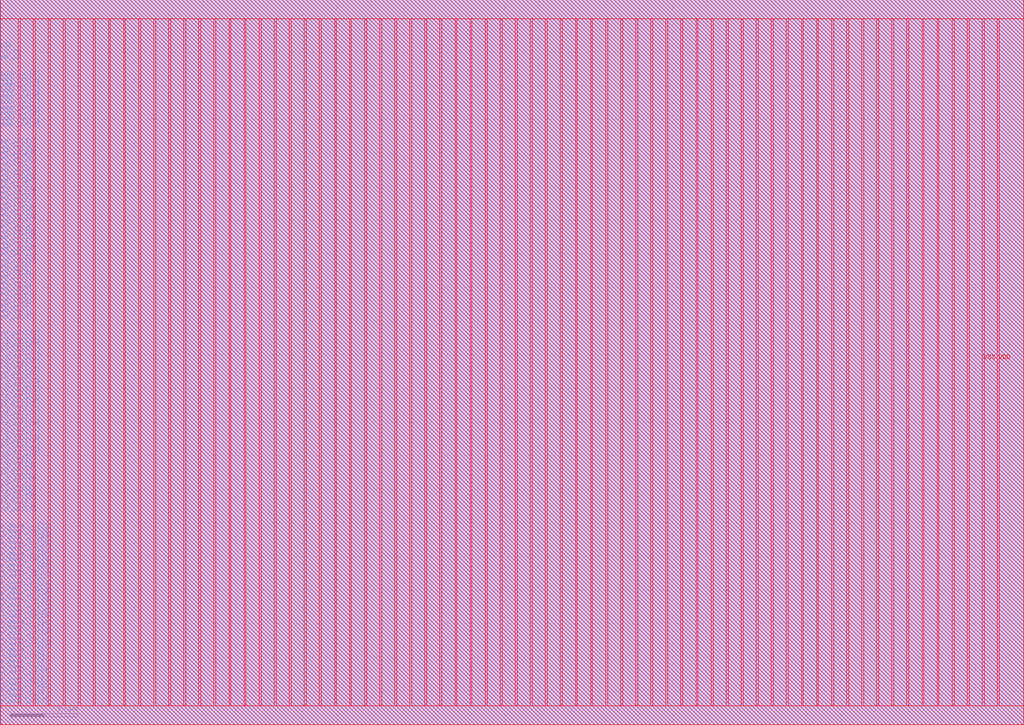
<source format=lef>
VERSION 5.7 ;
BUSBITCHARS "[]" ;
MACRO fakeram45_1024x32
  FOREIGN fakeram45_1024x32 0 0 ;
  SYMMETRY X Y R90 ;
  SIZE 152.190 BY 107.800 ;
  CLASS BLOCK ;
  PIN w_mask_in[0]
    DIRECTION INPUT ;
    USE SIGNAL ;
    SHAPE ABUTMENT ;
    PORT
      LAYER metal3 ;
      RECT 0.000 2.800 0.070 2.870 ;
    END
  END w_mask_in[0]
  PIN w_mask_in[1]
    DIRECTION INPUT ;
    USE SIGNAL ;
    SHAPE ABUTMENT ;
    PORT
      LAYER metal3 ;
      RECT 0.000 3.640 0.070 3.710 ;
    END
  END w_mask_in[1]
  PIN w_mask_in[2]
    DIRECTION INPUT ;
    USE SIGNAL ;
    SHAPE ABUTMENT ;
    PORT
      LAYER metal3 ;
      RECT 0.000 4.480 0.070 4.550 ;
    END
  END w_mask_in[2]
  PIN w_mask_in[3]
    DIRECTION INPUT ;
    USE SIGNAL ;
    SHAPE ABUTMENT ;
    PORT
      LAYER metal3 ;
      RECT 0.000 5.320 0.070 5.390 ;
    END
  END w_mask_in[3]
  PIN w_mask_in[4]
    DIRECTION INPUT ;
    USE SIGNAL ;
    SHAPE ABUTMENT ;
    PORT
      LAYER metal3 ;
      RECT 0.000 6.160 0.070 6.230 ;
    END
  END w_mask_in[4]
  PIN w_mask_in[5]
    DIRECTION INPUT ;
    USE SIGNAL ;
    SHAPE ABUTMENT ;
    PORT
      LAYER metal3 ;
      RECT 0.000 7.000 0.070 7.070 ;
    END
  END w_mask_in[5]
  PIN w_mask_in[6]
    DIRECTION INPUT ;
    USE SIGNAL ;
    SHAPE ABUTMENT ;
    PORT
      LAYER metal3 ;
      RECT 0.000 7.840 0.070 7.910 ;
    END
  END w_mask_in[6]
  PIN w_mask_in[7]
    DIRECTION INPUT ;
    USE SIGNAL ;
    SHAPE ABUTMENT ;
    PORT
      LAYER metal3 ;
      RECT 0.000 8.680 0.070 8.750 ;
    END
  END w_mask_in[7]
  PIN w_mask_in[8]
    DIRECTION INPUT ;
    USE SIGNAL ;
    SHAPE ABUTMENT ;
    PORT
      LAYER metal3 ;
      RECT 0.000 9.520 0.070 9.590 ;
    END
  END w_mask_in[8]
  PIN w_mask_in[9]
    DIRECTION INPUT ;
    USE SIGNAL ;
    SHAPE ABUTMENT ;
    PORT
      LAYER metal3 ;
      RECT 0.000 10.360 0.070 10.430 ;
    END
  END w_mask_in[9]
  PIN w_mask_in[10]
    DIRECTION INPUT ;
    USE SIGNAL ;
    SHAPE ABUTMENT ;
    PORT
      LAYER metal3 ;
      RECT 0.000 11.200 0.070 11.270 ;
    END
  END w_mask_in[10]
  PIN w_mask_in[11]
    DIRECTION INPUT ;
    USE SIGNAL ;
    SHAPE ABUTMENT ;
    PORT
      LAYER metal3 ;
      RECT 0.000 12.040 0.070 12.110 ;
    END
  END w_mask_in[11]
  PIN w_mask_in[12]
    DIRECTION INPUT ;
    USE SIGNAL ;
    SHAPE ABUTMENT ;
    PORT
      LAYER metal3 ;
      RECT 0.000 12.880 0.070 12.950 ;
    END
  END w_mask_in[12]
  PIN w_mask_in[13]
    DIRECTION INPUT ;
    USE SIGNAL ;
    SHAPE ABUTMENT ;
    PORT
      LAYER metal3 ;
      RECT 0.000 13.720 0.070 13.790 ;
    END
  END w_mask_in[13]
  PIN w_mask_in[14]
    DIRECTION INPUT ;
    USE SIGNAL ;
    SHAPE ABUTMENT ;
    PORT
      LAYER metal3 ;
      RECT 0.000 14.560 0.070 14.630 ;
    END
  END w_mask_in[14]
  PIN w_mask_in[15]
    DIRECTION INPUT ;
    USE SIGNAL ;
    SHAPE ABUTMENT ;
    PORT
      LAYER metal3 ;
      RECT 0.000 15.400 0.070 15.470 ;
    END
  END w_mask_in[15]
  PIN w_mask_in[16]
    DIRECTION INPUT ;
    USE SIGNAL ;
    SHAPE ABUTMENT ;
    PORT
      LAYER metal3 ;
      RECT 0.000 16.240 0.070 16.310 ;
    END
  END w_mask_in[16]
  PIN w_mask_in[17]
    DIRECTION INPUT ;
    USE SIGNAL ;
    SHAPE ABUTMENT ;
    PORT
      LAYER metal3 ;
      RECT 0.000 17.080 0.070 17.150 ;
    END
  END w_mask_in[17]
  PIN w_mask_in[18]
    DIRECTION INPUT ;
    USE SIGNAL ;
    SHAPE ABUTMENT ;
    PORT
      LAYER metal3 ;
      RECT 0.000 17.920 0.070 17.990 ;
    END
  END w_mask_in[18]
  PIN w_mask_in[19]
    DIRECTION INPUT ;
    USE SIGNAL ;
    SHAPE ABUTMENT ;
    PORT
      LAYER metal3 ;
      RECT 0.000 18.760 0.070 18.830 ;
    END
  END w_mask_in[19]
  PIN w_mask_in[20]
    DIRECTION INPUT ;
    USE SIGNAL ;
    SHAPE ABUTMENT ;
    PORT
      LAYER metal3 ;
      RECT 0.000 19.600 0.070 19.670 ;
    END
  END w_mask_in[20]
  PIN w_mask_in[21]
    DIRECTION INPUT ;
    USE SIGNAL ;
    SHAPE ABUTMENT ;
    PORT
      LAYER metal3 ;
      RECT 0.000 20.440 0.070 20.510 ;
    END
  END w_mask_in[21]
  PIN w_mask_in[22]
    DIRECTION INPUT ;
    USE SIGNAL ;
    SHAPE ABUTMENT ;
    PORT
      LAYER metal3 ;
      RECT 0.000 21.280 0.070 21.350 ;
    END
  END w_mask_in[22]
  PIN w_mask_in[23]
    DIRECTION INPUT ;
    USE SIGNAL ;
    SHAPE ABUTMENT ;
    PORT
      LAYER metal3 ;
      RECT 0.000 22.120 0.070 22.190 ;
    END
  END w_mask_in[23]
  PIN w_mask_in[24]
    DIRECTION INPUT ;
    USE SIGNAL ;
    SHAPE ABUTMENT ;
    PORT
      LAYER metal3 ;
      RECT 0.000 22.960 0.070 23.030 ;
    END
  END w_mask_in[24]
  PIN w_mask_in[25]
    DIRECTION INPUT ;
    USE SIGNAL ;
    SHAPE ABUTMENT ;
    PORT
      LAYER metal3 ;
      RECT 0.000 23.800 0.070 23.870 ;
    END
  END w_mask_in[25]
  PIN w_mask_in[26]
    DIRECTION INPUT ;
    USE SIGNAL ;
    SHAPE ABUTMENT ;
    PORT
      LAYER metal3 ;
      RECT 0.000 24.640 0.070 24.710 ;
    END
  END w_mask_in[26]
  PIN w_mask_in[27]
    DIRECTION INPUT ;
    USE SIGNAL ;
    SHAPE ABUTMENT ;
    PORT
      LAYER metal3 ;
      RECT 0.000 25.480 0.070 25.550 ;
    END
  END w_mask_in[27]
  PIN w_mask_in[28]
    DIRECTION INPUT ;
    USE SIGNAL ;
    SHAPE ABUTMENT ;
    PORT
      LAYER metal3 ;
      RECT 0.000 26.320 0.070 26.390 ;
    END
  END w_mask_in[28]
  PIN w_mask_in[29]
    DIRECTION INPUT ;
    USE SIGNAL ;
    SHAPE ABUTMENT ;
    PORT
      LAYER metal3 ;
      RECT 0.000 27.160 0.070 27.230 ;
    END
  END w_mask_in[29]
  PIN w_mask_in[30]
    DIRECTION INPUT ;
    USE SIGNAL ;
    SHAPE ABUTMENT ;
    PORT
      LAYER metal3 ;
      RECT 0.000 28.000 0.070 28.070 ;
    END
  END w_mask_in[30]
  PIN w_mask_in[31]
    DIRECTION INPUT ;
    USE SIGNAL ;
    SHAPE ABUTMENT ;
    PORT
      LAYER metal3 ;
      RECT 0.000 28.840 0.070 28.910 ;
    END
  END w_mask_in[31]
  PIN rd_out[0]
    DIRECTION OUTPUT ;
    USE SIGNAL ;
    SHAPE ABUTMENT ;
    PORT
      LAYER metal3 ;
      RECT 0.000 31.360 0.070 31.430 ;
    END
  END rd_out[0]
  PIN rd_out[1]
    DIRECTION OUTPUT ;
    USE SIGNAL ;
    SHAPE ABUTMENT ;
    PORT
      LAYER metal3 ;
      RECT 0.000 32.200 0.070 32.270 ;
    END
  END rd_out[1]
  PIN rd_out[2]
    DIRECTION OUTPUT ;
    USE SIGNAL ;
    SHAPE ABUTMENT ;
    PORT
      LAYER metal3 ;
      RECT 0.000 33.040 0.070 33.110 ;
    END
  END rd_out[2]
  PIN rd_out[3]
    DIRECTION OUTPUT ;
    USE SIGNAL ;
    SHAPE ABUTMENT ;
    PORT
      LAYER metal3 ;
      RECT 0.000 33.880 0.070 33.950 ;
    END
  END rd_out[3]
  PIN rd_out[4]
    DIRECTION OUTPUT ;
    USE SIGNAL ;
    SHAPE ABUTMENT ;
    PORT
      LAYER metal3 ;
      RECT 0.000 34.720 0.070 34.790 ;
    END
  END rd_out[4]
  PIN rd_out[5]
    DIRECTION OUTPUT ;
    USE SIGNAL ;
    SHAPE ABUTMENT ;
    PORT
      LAYER metal3 ;
      RECT 0.000 35.560 0.070 35.630 ;
    END
  END rd_out[5]
  PIN rd_out[6]
    DIRECTION OUTPUT ;
    USE SIGNAL ;
    SHAPE ABUTMENT ;
    PORT
      LAYER metal3 ;
      RECT 0.000 36.400 0.070 36.470 ;
    END
  END rd_out[6]
  PIN rd_out[7]
    DIRECTION OUTPUT ;
    USE SIGNAL ;
    SHAPE ABUTMENT ;
    PORT
      LAYER metal3 ;
      RECT 0.000 37.240 0.070 37.310 ;
    END
  END rd_out[7]
  PIN rd_out[8]
    DIRECTION OUTPUT ;
    USE SIGNAL ;
    SHAPE ABUTMENT ;
    PORT
      LAYER metal3 ;
      RECT 0.000 38.080 0.070 38.150 ;
    END
  END rd_out[8]
  PIN rd_out[9]
    DIRECTION OUTPUT ;
    USE SIGNAL ;
    SHAPE ABUTMENT ;
    PORT
      LAYER metal3 ;
      RECT 0.000 38.920 0.070 38.990 ;
    END
  END rd_out[9]
  PIN rd_out[10]
    DIRECTION OUTPUT ;
    USE SIGNAL ;
    SHAPE ABUTMENT ;
    PORT
      LAYER metal3 ;
      RECT 0.000 39.760 0.070 39.830 ;
    END
  END rd_out[10]
  PIN rd_out[11]
    DIRECTION OUTPUT ;
    USE SIGNAL ;
    SHAPE ABUTMENT ;
    PORT
      LAYER metal3 ;
      RECT 0.000 40.600 0.070 40.670 ;
    END
  END rd_out[11]
  PIN rd_out[12]
    DIRECTION OUTPUT ;
    USE SIGNAL ;
    SHAPE ABUTMENT ;
    PORT
      LAYER metal3 ;
      RECT 0.000 41.440 0.070 41.510 ;
    END
  END rd_out[12]
  PIN rd_out[13]
    DIRECTION OUTPUT ;
    USE SIGNAL ;
    SHAPE ABUTMENT ;
    PORT
      LAYER metal3 ;
      RECT 0.000 42.280 0.070 42.350 ;
    END
  END rd_out[13]
  PIN rd_out[14]
    DIRECTION OUTPUT ;
    USE SIGNAL ;
    SHAPE ABUTMENT ;
    PORT
      LAYER metal3 ;
      RECT 0.000 43.120 0.070 43.190 ;
    END
  END rd_out[14]
  PIN rd_out[15]
    DIRECTION OUTPUT ;
    USE SIGNAL ;
    SHAPE ABUTMENT ;
    PORT
      LAYER metal3 ;
      RECT 0.000 43.960 0.070 44.030 ;
    END
  END rd_out[15]
  PIN rd_out[16]
    DIRECTION OUTPUT ;
    USE SIGNAL ;
    SHAPE ABUTMENT ;
    PORT
      LAYER metal3 ;
      RECT 0.000 44.800 0.070 44.870 ;
    END
  END rd_out[16]
  PIN rd_out[17]
    DIRECTION OUTPUT ;
    USE SIGNAL ;
    SHAPE ABUTMENT ;
    PORT
      LAYER metal3 ;
      RECT 0.000 45.640 0.070 45.710 ;
    END
  END rd_out[17]
  PIN rd_out[18]
    DIRECTION OUTPUT ;
    USE SIGNAL ;
    SHAPE ABUTMENT ;
    PORT
      LAYER metal3 ;
      RECT 0.000 46.480 0.070 46.550 ;
    END
  END rd_out[18]
  PIN rd_out[19]
    DIRECTION OUTPUT ;
    USE SIGNAL ;
    SHAPE ABUTMENT ;
    PORT
      LAYER metal3 ;
      RECT 0.000 47.320 0.070 47.390 ;
    END
  END rd_out[19]
  PIN rd_out[20]
    DIRECTION OUTPUT ;
    USE SIGNAL ;
    SHAPE ABUTMENT ;
    PORT
      LAYER metal3 ;
      RECT 0.000 48.160 0.070 48.230 ;
    END
  END rd_out[20]
  PIN rd_out[21]
    DIRECTION OUTPUT ;
    USE SIGNAL ;
    SHAPE ABUTMENT ;
    PORT
      LAYER metal3 ;
      RECT 0.000 49.000 0.070 49.070 ;
    END
  END rd_out[21]
  PIN rd_out[22]
    DIRECTION OUTPUT ;
    USE SIGNAL ;
    SHAPE ABUTMENT ;
    PORT
      LAYER metal3 ;
      RECT 0.000 49.840 0.070 49.910 ;
    END
  END rd_out[22]
  PIN rd_out[23]
    DIRECTION OUTPUT ;
    USE SIGNAL ;
    SHAPE ABUTMENT ;
    PORT
      LAYER metal3 ;
      RECT 0.000 50.680 0.070 50.750 ;
    END
  END rd_out[23]
  PIN rd_out[24]
    DIRECTION OUTPUT ;
    USE SIGNAL ;
    SHAPE ABUTMENT ;
    PORT
      LAYER metal3 ;
      RECT 0.000 51.520 0.070 51.590 ;
    END
  END rd_out[24]
  PIN rd_out[25]
    DIRECTION OUTPUT ;
    USE SIGNAL ;
    SHAPE ABUTMENT ;
    PORT
      LAYER metal3 ;
      RECT 0.000 52.360 0.070 52.430 ;
    END
  END rd_out[25]
  PIN rd_out[26]
    DIRECTION OUTPUT ;
    USE SIGNAL ;
    SHAPE ABUTMENT ;
    PORT
      LAYER metal3 ;
      RECT 0.000 53.200 0.070 53.270 ;
    END
  END rd_out[26]
  PIN rd_out[27]
    DIRECTION OUTPUT ;
    USE SIGNAL ;
    SHAPE ABUTMENT ;
    PORT
      LAYER metal3 ;
      RECT 0.000 54.040 0.070 54.110 ;
    END
  END rd_out[27]
  PIN rd_out[28]
    DIRECTION OUTPUT ;
    USE SIGNAL ;
    SHAPE ABUTMENT ;
    PORT
      LAYER metal3 ;
      RECT 0.000 54.880 0.070 54.950 ;
    END
  END rd_out[28]
  PIN rd_out[29]
    DIRECTION OUTPUT ;
    USE SIGNAL ;
    SHAPE ABUTMENT ;
    PORT
      LAYER metal3 ;
      RECT 0.000 55.720 0.070 55.790 ;
    END
  END rd_out[29]
  PIN rd_out[30]
    DIRECTION OUTPUT ;
    USE SIGNAL ;
    SHAPE ABUTMENT ;
    PORT
      LAYER metal3 ;
      RECT 0.000 56.560 0.070 56.630 ;
    END
  END rd_out[30]
  PIN rd_out[31]
    DIRECTION OUTPUT ;
    USE SIGNAL ;
    SHAPE ABUTMENT ;
    PORT
      LAYER metal3 ;
      RECT 0.000 57.400 0.070 57.470 ;
    END
  END rd_out[31]
  PIN wd_in[0]
    DIRECTION INPUT ;
    USE SIGNAL ;
    SHAPE ABUTMENT ;
    PORT
      LAYER metal3 ;
      RECT 0.000 59.920 0.070 59.990 ;
    END
  END wd_in[0]
  PIN wd_in[1]
    DIRECTION INPUT ;
    USE SIGNAL ;
    SHAPE ABUTMENT ;
    PORT
      LAYER metal3 ;
      RECT 0.000 60.760 0.070 60.830 ;
    END
  END wd_in[1]
  PIN wd_in[2]
    DIRECTION INPUT ;
    USE SIGNAL ;
    SHAPE ABUTMENT ;
    PORT
      LAYER metal3 ;
      RECT 0.000 61.600 0.070 61.670 ;
    END
  END wd_in[2]
  PIN wd_in[3]
    DIRECTION INPUT ;
    USE SIGNAL ;
    SHAPE ABUTMENT ;
    PORT
      LAYER metal3 ;
      RECT 0.000 62.440 0.070 62.510 ;
    END
  END wd_in[3]
  PIN wd_in[4]
    DIRECTION INPUT ;
    USE SIGNAL ;
    SHAPE ABUTMENT ;
    PORT
      LAYER metal3 ;
      RECT 0.000 63.280 0.070 63.350 ;
    END
  END wd_in[4]
  PIN wd_in[5]
    DIRECTION INPUT ;
    USE SIGNAL ;
    SHAPE ABUTMENT ;
    PORT
      LAYER metal3 ;
      RECT 0.000 64.120 0.070 64.190 ;
    END
  END wd_in[5]
  PIN wd_in[6]
    DIRECTION INPUT ;
    USE SIGNAL ;
    SHAPE ABUTMENT ;
    PORT
      LAYER metal3 ;
      RECT 0.000 64.960 0.070 65.030 ;
    END
  END wd_in[6]
  PIN wd_in[7]
    DIRECTION INPUT ;
    USE SIGNAL ;
    SHAPE ABUTMENT ;
    PORT
      LAYER metal3 ;
      RECT 0.000 65.800 0.070 65.870 ;
    END
  END wd_in[7]
  PIN wd_in[8]
    DIRECTION INPUT ;
    USE SIGNAL ;
    SHAPE ABUTMENT ;
    PORT
      LAYER metal3 ;
      RECT 0.000 66.640 0.070 66.710 ;
    END
  END wd_in[8]
  PIN wd_in[9]
    DIRECTION INPUT ;
    USE SIGNAL ;
    SHAPE ABUTMENT ;
    PORT
      LAYER metal3 ;
      RECT 0.000 67.480 0.070 67.550 ;
    END
  END wd_in[9]
  PIN wd_in[10]
    DIRECTION INPUT ;
    USE SIGNAL ;
    SHAPE ABUTMENT ;
    PORT
      LAYER metal3 ;
      RECT 0.000 68.320 0.070 68.390 ;
    END
  END wd_in[10]
  PIN wd_in[11]
    DIRECTION INPUT ;
    USE SIGNAL ;
    SHAPE ABUTMENT ;
    PORT
      LAYER metal3 ;
      RECT 0.000 69.160 0.070 69.230 ;
    END
  END wd_in[11]
  PIN wd_in[12]
    DIRECTION INPUT ;
    USE SIGNAL ;
    SHAPE ABUTMENT ;
    PORT
      LAYER metal3 ;
      RECT 0.000 70.000 0.070 70.070 ;
    END
  END wd_in[12]
  PIN wd_in[13]
    DIRECTION INPUT ;
    USE SIGNAL ;
    SHAPE ABUTMENT ;
    PORT
      LAYER metal3 ;
      RECT 0.000 70.840 0.070 70.910 ;
    END
  END wd_in[13]
  PIN wd_in[14]
    DIRECTION INPUT ;
    USE SIGNAL ;
    SHAPE ABUTMENT ;
    PORT
      LAYER metal3 ;
      RECT 0.000 71.680 0.070 71.750 ;
    END
  END wd_in[14]
  PIN wd_in[15]
    DIRECTION INPUT ;
    USE SIGNAL ;
    SHAPE ABUTMENT ;
    PORT
      LAYER metal3 ;
      RECT 0.000 72.520 0.070 72.590 ;
    END
  END wd_in[15]
  PIN wd_in[16]
    DIRECTION INPUT ;
    USE SIGNAL ;
    SHAPE ABUTMENT ;
    PORT
      LAYER metal3 ;
      RECT 0.000 73.360 0.070 73.430 ;
    END
  END wd_in[16]
  PIN wd_in[17]
    DIRECTION INPUT ;
    USE SIGNAL ;
    SHAPE ABUTMENT ;
    PORT
      LAYER metal3 ;
      RECT 0.000 74.200 0.070 74.270 ;
    END
  END wd_in[17]
  PIN wd_in[18]
    DIRECTION INPUT ;
    USE SIGNAL ;
    SHAPE ABUTMENT ;
    PORT
      LAYER metal3 ;
      RECT 0.000 75.040 0.070 75.110 ;
    END
  END wd_in[18]
  PIN wd_in[19]
    DIRECTION INPUT ;
    USE SIGNAL ;
    SHAPE ABUTMENT ;
    PORT
      LAYER metal3 ;
      RECT 0.000 75.880 0.070 75.950 ;
    END
  END wd_in[19]
  PIN wd_in[20]
    DIRECTION INPUT ;
    USE SIGNAL ;
    SHAPE ABUTMENT ;
    PORT
      LAYER metal3 ;
      RECT 0.000 76.720 0.070 76.790 ;
    END
  END wd_in[20]
  PIN wd_in[21]
    DIRECTION INPUT ;
    USE SIGNAL ;
    SHAPE ABUTMENT ;
    PORT
      LAYER metal3 ;
      RECT 0.000 77.560 0.070 77.630 ;
    END
  END wd_in[21]
  PIN wd_in[22]
    DIRECTION INPUT ;
    USE SIGNAL ;
    SHAPE ABUTMENT ;
    PORT
      LAYER metal3 ;
      RECT 0.000 78.400 0.070 78.470 ;
    END
  END wd_in[22]
  PIN wd_in[23]
    DIRECTION INPUT ;
    USE SIGNAL ;
    SHAPE ABUTMENT ;
    PORT
      LAYER metal3 ;
      RECT 0.000 79.240 0.070 79.310 ;
    END
  END wd_in[23]
  PIN wd_in[24]
    DIRECTION INPUT ;
    USE SIGNAL ;
    SHAPE ABUTMENT ;
    PORT
      LAYER metal3 ;
      RECT 0.000 80.080 0.070 80.150 ;
    END
  END wd_in[24]
  PIN wd_in[25]
    DIRECTION INPUT ;
    USE SIGNAL ;
    SHAPE ABUTMENT ;
    PORT
      LAYER metal3 ;
      RECT 0.000 80.920 0.070 80.990 ;
    END
  END wd_in[25]
  PIN wd_in[26]
    DIRECTION INPUT ;
    USE SIGNAL ;
    SHAPE ABUTMENT ;
    PORT
      LAYER metal3 ;
      RECT 0.000 81.760 0.070 81.830 ;
    END
  END wd_in[26]
  PIN wd_in[27]
    DIRECTION INPUT ;
    USE SIGNAL ;
    SHAPE ABUTMENT ;
    PORT
      LAYER metal3 ;
      RECT 0.000 82.600 0.070 82.670 ;
    END
  END wd_in[27]
  PIN wd_in[28]
    DIRECTION INPUT ;
    USE SIGNAL ;
    SHAPE ABUTMENT ;
    PORT
      LAYER metal3 ;
      RECT 0.000 83.440 0.070 83.510 ;
    END
  END wd_in[28]
  PIN wd_in[29]
    DIRECTION INPUT ;
    USE SIGNAL ;
    SHAPE ABUTMENT ;
    PORT
      LAYER metal3 ;
      RECT 0.000 84.280 0.070 84.350 ;
    END
  END wd_in[29]
  PIN wd_in[30]
    DIRECTION INPUT ;
    USE SIGNAL ;
    SHAPE ABUTMENT ;
    PORT
      LAYER metal3 ;
      RECT 0.000 85.120 0.070 85.190 ;
    END
  END wd_in[30]
  PIN wd_in[31]
    DIRECTION INPUT ;
    USE SIGNAL ;
    SHAPE ABUTMENT ;
    PORT
      LAYER metal3 ;
      RECT 0.000 85.960 0.070 86.030 ;
    END
  END wd_in[31]
  PIN addr_in[0]
    DIRECTION INPUT ;
    USE SIGNAL ;
    SHAPE ABUTMENT ;
    PORT
      LAYER metal3 ;
      RECT 0.000 88.480 0.070 88.550 ;
    END
  END addr_in[0]
  PIN addr_in[1]
    DIRECTION INPUT ;
    USE SIGNAL ;
    SHAPE ABUTMENT ;
    PORT
      LAYER metal3 ;
      RECT 0.000 89.320 0.070 89.390 ;
    END
  END addr_in[1]
  PIN addr_in[2]
    DIRECTION INPUT ;
    USE SIGNAL ;
    SHAPE ABUTMENT ;
    PORT
      LAYER metal3 ;
      RECT 0.000 90.160 0.070 90.230 ;
    END
  END addr_in[2]
  PIN addr_in[3]
    DIRECTION INPUT ;
    USE SIGNAL ;
    SHAPE ABUTMENT ;
    PORT
      LAYER metal3 ;
      RECT 0.000 91.000 0.070 91.070 ;
    END
  END addr_in[3]
  PIN addr_in[4]
    DIRECTION INPUT ;
    USE SIGNAL ;
    SHAPE ABUTMENT ;
    PORT
      LAYER metal3 ;
      RECT 0.000 91.840 0.070 91.910 ;
    END
  END addr_in[4]
  PIN addr_in[5]
    DIRECTION INPUT ;
    USE SIGNAL ;
    SHAPE ABUTMENT ;
    PORT
      LAYER metal3 ;
      RECT 0.000 92.680 0.070 92.750 ;
    END
  END addr_in[5]
  PIN addr_in[6]
    DIRECTION INPUT ;
    USE SIGNAL ;
    SHAPE ABUTMENT ;
    PORT
      LAYER metal3 ;
      RECT 0.000 93.520 0.070 93.590 ;
    END
  END addr_in[6]
  PIN addr_in[7]
    DIRECTION INPUT ;
    USE SIGNAL ;
    SHAPE ABUTMENT ;
    PORT
      LAYER metal3 ;
      RECT 0.000 94.360 0.070 94.430 ;
    END
  END addr_in[7]
  PIN addr_in[8]
    DIRECTION INPUT ;
    USE SIGNAL ;
    SHAPE ABUTMENT ;
    PORT
      LAYER metal3 ;
      RECT 0.000 95.200 0.070 95.270 ;
    END
  END addr_in[8]
  PIN addr_in[9]
    DIRECTION INPUT ;
    USE SIGNAL ;
    SHAPE ABUTMENT ;
    PORT
      LAYER metal3 ;
      RECT 0.000 96.040 0.070 96.110 ;
    END
  END addr_in[9]
  PIN we_in
    DIRECTION INPUT ;
    USE SIGNAL ;
    SHAPE ABUTMENT ;
    PORT
      LAYER metal3 ;
      RECT 0.000 98.560 0.070 98.630 ;
    END
  END we_in
  PIN ce_in
    DIRECTION INPUT ;
    USE SIGNAL ;
    SHAPE ABUTMENT ;
    PORT
      LAYER metal3 ;
      RECT 0.000 99.400 0.070 99.470 ;
    END
  END ce_in
  PIN clk
    DIRECTION INPUT ;
    USE SIGNAL ;
    SHAPE ABUTMENT ;
    PORT
      LAYER metal3 ;
      RECT 0.000 100.240 0.070 100.310 ;
    END
  END clk
  PIN VSS
    DIRECTION INOUT ;
    USE GROUND ;
    PORT
      LAYER metal4 ;
      RECT 2.660 2.800 2.940 105.000 ;
      RECT 7.140 2.800 7.420 105.000 ;
      RECT 11.620 2.800 11.900 105.000 ;
      RECT 16.100 2.800 16.380 105.000 ;
      RECT 20.580 2.800 20.860 105.000 ;
      RECT 25.060 2.800 25.340 105.000 ;
      RECT 29.540 2.800 29.820 105.000 ;
      RECT 34.020 2.800 34.300 105.000 ;
      RECT 38.500 2.800 38.780 105.000 ;
      RECT 42.980 2.800 43.260 105.000 ;
      RECT 47.460 2.800 47.740 105.000 ;
      RECT 51.940 2.800 52.220 105.000 ;
      RECT 56.420 2.800 56.700 105.000 ;
      RECT 60.900 2.800 61.180 105.000 ;
      RECT 65.380 2.800 65.660 105.000 ;
      RECT 69.860 2.800 70.140 105.000 ;
      RECT 74.340 2.800 74.620 105.000 ;
      RECT 78.820 2.800 79.100 105.000 ;
      RECT 83.300 2.800 83.580 105.000 ;
      RECT 87.780 2.800 88.060 105.000 ;
      RECT 92.260 2.800 92.540 105.000 ;
      RECT 96.740 2.800 97.020 105.000 ;
      RECT 101.220 2.800 101.500 105.000 ;
      RECT 105.700 2.800 105.980 105.000 ;
      RECT 110.180 2.800 110.460 105.000 ;
      RECT 114.660 2.800 114.940 105.000 ;
      RECT 119.140 2.800 119.420 105.000 ;
      RECT 123.620 2.800 123.900 105.000 ;
      RECT 128.100 2.800 128.380 105.000 ;
      RECT 132.580 2.800 132.860 105.000 ;
      RECT 137.060 2.800 137.340 105.000 ;
      RECT 141.540 2.800 141.820 105.000 ;
      RECT 146.020 2.800 146.300 105.000 ;
    END
  END VSS
  PIN VDD
    DIRECTION INOUT ;
    USE POWER ;
    PORT
      LAYER metal4 ;
      RECT 4.900 2.800 5.180 105.000 ;
      RECT 9.380 2.800 9.660 105.000 ;
      RECT 13.860 2.800 14.140 105.000 ;
      RECT 18.340 2.800 18.620 105.000 ;
      RECT 22.820 2.800 23.100 105.000 ;
      RECT 27.300 2.800 27.580 105.000 ;
      RECT 31.780 2.800 32.060 105.000 ;
      RECT 36.260 2.800 36.540 105.000 ;
      RECT 40.740 2.800 41.020 105.000 ;
      RECT 45.220 2.800 45.500 105.000 ;
      RECT 49.700 2.800 49.980 105.000 ;
      RECT 54.180 2.800 54.460 105.000 ;
      RECT 58.660 2.800 58.940 105.000 ;
      RECT 63.140 2.800 63.420 105.000 ;
      RECT 67.620 2.800 67.900 105.000 ;
      RECT 72.100 2.800 72.380 105.000 ;
      RECT 76.580 2.800 76.860 105.000 ;
      RECT 81.060 2.800 81.340 105.000 ;
      RECT 85.540 2.800 85.820 105.000 ;
      RECT 90.020 2.800 90.300 105.000 ;
      RECT 94.500 2.800 94.780 105.000 ;
      RECT 98.980 2.800 99.260 105.000 ;
      RECT 103.460 2.800 103.740 105.000 ;
      RECT 107.940 2.800 108.220 105.000 ;
      RECT 112.420 2.800 112.700 105.000 ;
      RECT 116.900 2.800 117.180 105.000 ;
      RECT 121.380 2.800 121.660 105.000 ;
      RECT 125.860 2.800 126.140 105.000 ;
      RECT 130.340 2.800 130.620 105.000 ;
      RECT 134.820 2.800 135.100 105.000 ;
      RECT 139.300 2.800 139.580 105.000 ;
      RECT 143.780 2.800 144.060 105.000 ;
      RECT 148.260 2.800 148.540 105.000 ;
    END
  END VDD
  OBS
    LAYER metal1 ;
    RECT 0 0 152.190 107.800 ;
    LAYER metal2 ;
    RECT 0 0 152.190 107.800 ;
    LAYER metal3 ;
    RECT 0.070 0 152.190 107.800 ;
    RECT 0 0.000 0.070 2.800 ;
    RECT 0 2.870 0.070 3.640 ;
    RECT 0 3.710 0.070 4.480 ;
    RECT 0 4.550 0.070 5.320 ;
    RECT 0 5.390 0.070 6.160 ;
    RECT 0 6.230 0.070 7.000 ;
    RECT 0 7.070 0.070 7.840 ;
    RECT 0 7.910 0.070 8.680 ;
    RECT 0 8.750 0.070 9.520 ;
    RECT 0 9.590 0.070 10.360 ;
    RECT 0 10.430 0.070 11.200 ;
    RECT 0 11.270 0.070 12.040 ;
    RECT 0 12.110 0.070 12.880 ;
    RECT 0 12.950 0.070 13.720 ;
    RECT 0 13.790 0.070 14.560 ;
    RECT 0 14.630 0.070 15.400 ;
    RECT 0 15.470 0.070 16.240 ;
    RECT 0 16.310 0.070 17.080 ;
    RECT 0 17.150 0.070 17.920 ;
    RECT 0 17.990 0.070 18.760 ;
    RECT 0 18.830 0.070 19.600 ;
    RECT 0 19.670 0.070 20.440 ;
    RECT 0 20.510 0.070 21.280 ;
    RECT 0 21.350 0.070 22.120 ;
    RECT 0 22.190 0.070 22.960 ;
    RECT 0 23.030 0.070 23.800 ;
    RECT 0 23.870 0.070 24.640 ;
    RECT 0 24.710 0.070 25.480 ;
    RECT 0 25.550 0.070 26.320 ;
    RECT 0 26.390 0.070 27.160 ;
    RECT 0 27.230 0.070 28.000 ;
    RECT 0 28.070 0.070 28.840 ;
    RECT 0 28.910 0.070 31.360 ;
    RECT 0 31.430 0.070 32.200 ;
    RECT 0 32.270 0.070 33.040 ;
    RECT 0 33.110 0.070 33.880 ;
    RECT 0 33.950 0.070 34.720 ;
    RECT 0 34.790 0.070 35.560 ;
    RECT 0 35.630 0.070 36.400 ;
    RECT 0 36.470 0.070 37.240 ;
    RECT 0 37.310 0.070 38.080 ;
    RECT 0 38.150 0.070 38.920 ;
    RECT 0 38.990 0.070 39.760 ;
    RECT 0 39.830 0.070 40.600 ;
    RECT 0 40.670 0.070 41.440 ;
    RECT 0 41.510 0.070 42.280 ;
    RECT 0 42.350 0.070 43.120 ;
    RECT 0 43.190 0.070 43.960 ;
    RECT 0 44.030 0.070 44.800 ;
    RECT 0 44.870 0.070 45.640 ;
    RECT 0 45.710 0.070 46.480 ;
    RECT 0 46.550 0.070 47.320 ;
    RECT 0 47.390 0.070 48.160 ;
    RECT 0 48.230 0.070 49.000 ;
    RECT 0 49.070 0.070 49.840 ;
    RECT 0 49.910 0.070 50.680 ;
    RECT 0 50.750 0.070 51.520 ;
    RECT 0 51.590 0.070 52.360 ;
    RECT 0 52.430 0.070 53.200 ;
    RECT 0 53.270 0.070 54.040 ;
    RECT 0 54.110 0.070 54.880 ;
    RECT 0 54.950 0.070 55.720 ;
    RECT 0 55.790 0.070 56.560 ;
    RECT 0 56.630 0.070 57.400 ;
    RECT 0 57.470 0.070 59.920 ;
    RECT 0 59.990 0.070 60.760 ;
    RECT 0 60.830 0.070 61.600 ;
    RECT 0 61.670 0.070 62.440 ;
    RECT 0 62.510 0.070 63.280 ;
    RECT 0 63.350 0.070 64.120 ;
    RECT 0 64.190 0.070 64.960 ;
    RECT 0 65.030 0.070 65.800 ;
    RECT 0 65.870 0.070 66.640 ;
    RECT 0 66.710 0.070 67.480 ;
    RECT 0 67.550 0.070 68.320 ;
    RECT 0 68.390 0.070 69.160 ;
    RECT 0 69.230 0.070 70.000 ;
    RECT 0 70.070 0.070 70.840 ;
    RECT 0 70.910 0.070 71.680 ;
    RECT 0 71.750 0.070 72.520 ;
    RECT 0 72.590 0.070 73.360 ;
    RECT 0 73.430 0.070 74.200 ;
    RECT 0 74.270 0.070 75.040 ;
    RECT 0 75.110 0.070 75.880 ;
    RECT 0 75.950 0.070 76.720 ;
    RECT 0 76.790 0.070 77.560 ;
    RECT 0 77.630 0.070 78.400 ;
    RECT 0 78.470 0.070 79.240 ;
    RECT 0 79.310 0.070 80.080 ;
    RECT 0 80.150 0.070 80.920 ;
    RECT 0 80.990 0.070 81.760 ;
    RECT 0 81.830 0.070 82.600 ;
    RECT 0 82.670 0.070 83.440 ;
    RECT 0 83.510 0.070 84.280 ;
    RECT 0 84.350 0.070 85.120 ;
    RECT 0 85.190 0.070 85.960 ;
    RECT 0 86.030 0.070 88.480 ;
    RECT 0 88.550 0.070 89.320 ;
    RECT 0 89.390 0.070 90.160 ;
    RECT 0 90.230 0.070 91.000 ;
    RECT 0 91.070 0.070 91.840 ;
    RECT 0 91.910 0.070 92.680 ;
    RECT 0 92.750 0.070 93.520 ;
    RECT 0 93.590 0.070 94.360 ;
    RECT 0 94.430 0.070 95.200 ;
    RECT 0 95.270 0.070 96.040 ;
    RECT 0 96.110 0.070 98.560 ;
    RECT 0 98.630 0.070 99.400 ;
    RECT 0 99.470 0.070 100.240 ;
    RECT 0 100.310 0.070 107.800 ;
    LAYER metal4 ;
    RECT 0 0 152.190 2.800 ;
    RECT 0 105.000 152.190 107.800 ;
    RECT 0.000 2.800 2.660 105.000 ;
    RECT 2.940 2.800 4.900 105.000 ;
    RECT 5.180 2.800 7.140 105.000 ;
    RECT 7.420 2.800 9.380 105.000 ;
    RECT 9.660 2.800 11.620 105.000 ;
    RECT 11.900 2.800 13.860 105.000 ;
    RECT 14.140 2.800 16.100 105.000 ;
    RECT 16.380 2.800 18.340 105.000 ;
    RECT 18.620 2.800 20.580 105.000 ;
    RECT 20.860 2.800 22.820 105.000 ;
    RECT 23.100 2.800 25.060 105.000 ;
    RECT 25.340 2.800 27.300 105.000 ;
    RECT 27.580 2.800 29.540 105.000 ;
    RECT 29.820 2.800 31.780 105.000 ;
    RECT 32.060 2.800 34.020 105.000 ;
    RECT 34.300 2.800 36.260 105.000 ;
    RECT 36.540 2.800 38.500 105.000 ;
    RECT 38.780 2.800 40.740 105.000 ;
    RECT 41.020 2.800 42.980 105.000 ;
    RECT 43.260 2.800 45.220 105.000 ;
    RECT 45.500 2.800 47.460 105.000 ;
    RECT 47.740 2.800 49.700 105.000 ;
    RECT 49.980 2.800 51.940 105.000 ;
    RECT 52.220 2.800 54.180 105.000 ;
    RECT 54.460 2.800 56.420 105.000 ;
    RECT 56.700 2.800 58.660 105.000 ;
    RECT 58.940 2.800 60.900 105.000 ;
    RECT 61.180 2.800 63.140 105.000 ;
    RECT 63.420 2.800 65.380 105.000 ;
    RECT 65.660 2.800 67.620 105.000 ;
    RECT 67.900 2.800 69.860 105.000 ;
    RECT 70.140 2.800 72.100 105.000 ;
    RECT 72.380 2.800 74.340 105.000 ;
    RECT 74.620 2.800 76.580 105.000 ;
    RECT 76.860 2.800 78.820 105.000 ;
    RECT 79.100 2.800 81.060 105.000 ;
    RECT 81.340 2.800 83.300 105.000 ;
    RECT 83.580 2.800 85.540 105.000 ;
    RECT 85.820 2.800 87.780 105.000 ;
    RECT 88.060 2.800 90.020 105.000 ;
    RECT 90.300 2.800 92.260 105.000 ;
    RECT 92.540 2.800 94.500 105.000 ;
    RECT 94.780 2.800 96.740 105.000 ;
    RECT 97.020 2.800 98.980 105.000 ;
    RECT 99.260 2.800 101.220 105.000 ;
    RECT 101.500 2.800 103.460 105.000 ;
    RECT 103.740 2.800 105.700 105.000 ;
    RECT 105.980 2.800 107.940 105.000 ;
    RECT 108.220 2.800 110.180 105.000 ;
    RECT 110.460 2.800 112.420 105.000 ;
    RECT 112.700 2.800 114.660 105.000 ;
    RECT 114.940 2.800 116.900 105.000 ;
    RECT 117.180 2.800 119.140 105.000 ;
    RECT 119.420 2.800 121.380 105.000 ;
    RECT 121.660 2.800 123.620 105.000 ;
    RECT 123.900 2.800 125.860 105.000 ;
    RECT 126.140 2.800 128.100 105.000 ;
    RECT 128.380 2.800 130.340 105.000 ;
    RECT 130.620 2.800 132.580 105.000 ;
    RECT 132.860 2.800 134.820 105.000 ;
    RECT 135.100 2.800 137.060 105.000 ;
    RECT 137.340 2.800 139.300 105.000 ;
    RECT 139.580 2.800 141.540 105.000 ;
    RECT 141.820 2.800 143.780 105.000 ;
    RECT 144.060 2.800 146.020 105.000 ;
    RECT 146.300 2.800 148.260 105.000 ;
    RECT 148.540 2.800 152.190 105.000 ;
    LAYER OVERLAP ;
    RECT 0 0 152.190 107.800 ;
  END
END fakeram45_1024x32

END LIBRARY

</source>
